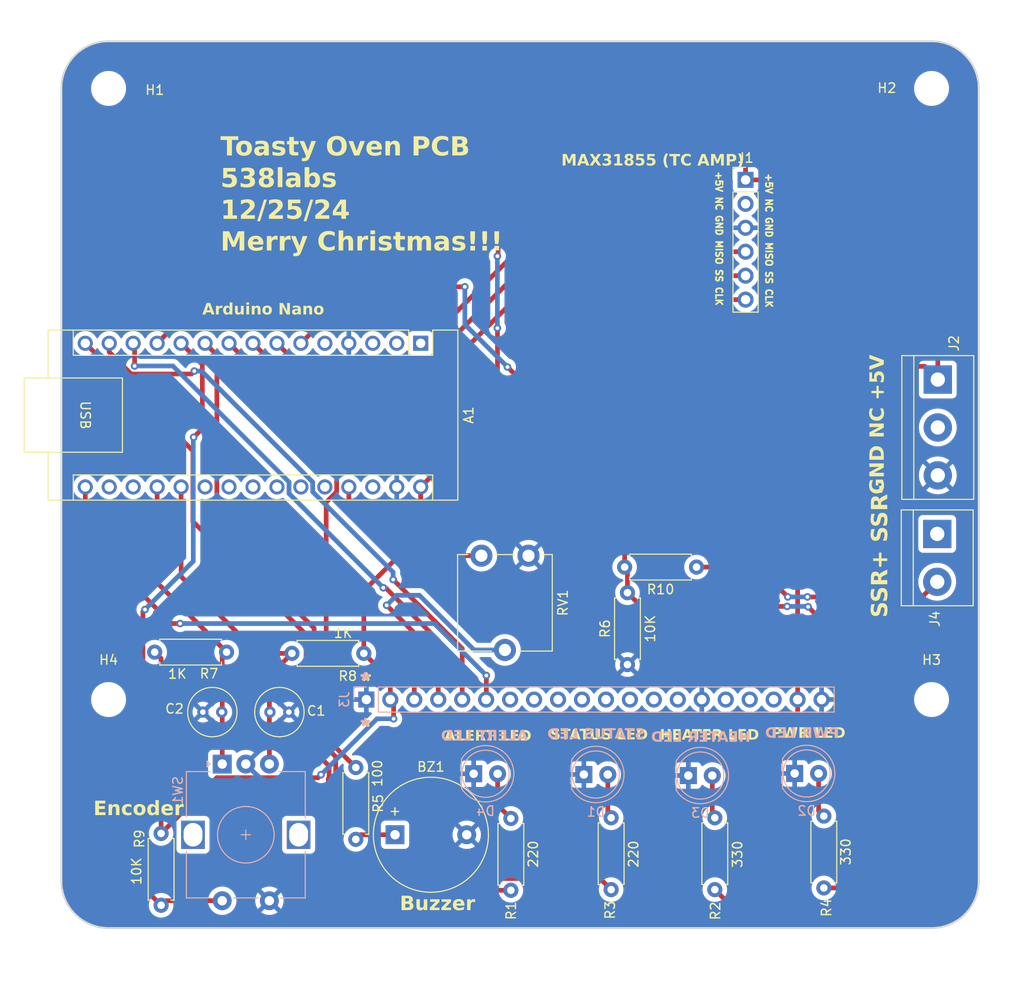
<source format=kicad_pcb>
(kicad_pcb (version 20240108) (generator "pcbnew") (generator_version "8.0")
  (layers (0 "F.Cu" signal) (31 "B.Cu" power) (34 "B.Paste" user) (35 "F.Paste" user) (36 "B.SilkS" user "B.Silkscreen") (37 "F.SilkS" user "F.Silkscreen") (38 "B.Mask" user) (39 "F.Mask" user) (44 "Edge.Cuts" user))
  (net 0 "")
  (net 3 "B_DT")
  (net 4 "SPI_MISO")
  (net 5 "ALERT_LED_PIN")
  (net 6 "Encoder_Switch")
  (net 7 "LCD_SS")
  (net 8 "GND")
  (net 11 "LCD_SPI_CLK")
  (net 12 "MAX31855_SS")
  (net 13 "STATUS_LED_PIN")
  (net 20 "+5V")
  (net 22 "SPI_CLK")
  (net 23 "LCD_SPI_MOSI")
  (net 24 "BUZZER_PIN")
  (net 25 "A_CLK")
  (net 28 "HEATER_LED_PIN")
  (net 29 "Net-(BZ1-+)")
  (net 30 "Net-(D1-A)")
  (net 31 "Net-(D2-A)")
  (net 32 "Net-(D3-A)")
  (net 33 "Net-(D4-A)")
  (net 42 "Net-(J3-Pin_3)")
  (net 48 "SSR-")
  (net 51 "Net-(J4-Pin_2)")
  (footprint "Resistor_THT:R_Axial_DIN0207_L6.3mm_D2.5mm_P7.62mm_Horizontal" (layer "F.Cu") (at 167.52 135.75 90)
    (property "Reference" "R4" (at -2.09 0.28 90) (layer "F.SilkS"))
    (property "Value" "330")
    (pad "1" thru_hole circle (at 0 0 90) (size 1.6 1.6) (drill 0.8) (layers "*.Cu" "*.Mask") (net 20 "+5V"))
    (pad "2" thru_hole oval (at 7.62 0 90) (size 1.6 1.6) (drill 0.8) (layers "*.Cu" "*.Mask") (net 31 "Net-(D2-A)"))
  )
  (footprint "MountingHole:MountingHole_3.2mm_M3" (layer "F.Cu") (at 178.939 115.7708)
    (property "Reference" "H3" (at 0 -4.2 0) (layer "F.SilkS"))
    (property "Value" "MountingHole")
    (pad "" np_thru_hole circle (at 0 0) (size 3.2 3.2) (drill 3.2) (layers "*.Cu" "*.Mask"))
  )
  (footprint "Resistor_THT:R_Axial_DIN0207_L6.3mm_D2.5mm_P7.62mm_Horizontal" (layer "F.Cu") (at 97.26 137.59 90)
    (property "Reference" "R9" (at 7.05 -2.29 90) (layer "F.SilkS"))
    (property "Value" "10K")
    (pad "1" thru_hole circle (at 0 0 90) (size 1.6 1.6) (drill 0.8) (layers "*.Cu" "*.Mask") (net 6 "Encoder_Switch"))
    (pad "2" thru_hole oval (at 7.62 0 90) (size 1.6 1.6) (drill 0.8) (layers "*.Cu" "*.Mask") (net 20 "+5V"))
  )
  (footprint "Buzzer_Beeper:Buzzer_12x9.5RM7.6" (layer "F.Cu") (at 122.06 130.11)
    (property "Reference" "BZ1" (at 3.8 -7.2 0) (layer "F.SilkS"))
    (property "Value" "Buzzer")
    (fp_text user "+" (at -0.01 -2.54 0) (layer "F.SilkS"))
    (pad "1" thru_hole rect (at 0 0) (size 2 2) (drill 1) (layers "*.Cu" "*.Mask") (net 29 "Net-(BZ1-+)"))
    (pad "2" thru_hole circle (at 7.6 0) (size 2 2) (drill 1) (layers "*.Cu" "*.Mask") (net 8 "GND"))
  )
  (footprint "Potentiometer_THT:Potentiometer_ACP_CA9-V10_Vertical" (layer "F.Cu") (at 131.21 100.51 -90)
    (property "Reference" "RV1" (at 5 -8.65 90) (layer "F.SilkS"))
    (property "Value" "10k")
    (pad "1" thru_hole circle (at 0 0 270) (size 2.34 2.34) (drill 1.3) (layers "*.Cu" "*.Mask") (net 20 "+5V"))
    (pad "2" thru_hole circle (at 10 -2.5 270) (size 2.34 2.34) (drill 1.3) (layers "*.Cu" "*.Mask") (net 42 "Net-(J3-Pin_3)"))
    (pad "3" thru_hole circle (at 0 -5 270) (size 2.34 2.34) (drill 1.3) (layers "*.Cu" "*.Mask") (net 8 "GND"))
  )
  (footprint "Module:Arduino_Nano" (layer "F.Cu") (at 124.78 77.98 -90)
    (property "Reference" "A1" (at 7.62 -5.08 90) (layer "F.SilkS"))
    (property "Value" "Arduino_Nano_v2.x")
    (fp_text user "USB" (at 7.62 35.56 -90) (layer "F.SilkS"))
    (pad "1" thru_hole rect (at 0 0 270) (size 1.6 1.6) (drill 1) (layers "*.Cu" "*.Mask"))
    (pad "2" thru_hole oval (at 0 2.54 270) (size 1.6 1.6) (drill 1) (layers "*.Cu" "*.Mask"))
    (pad "3" thru_hole oval (at 0 5.08 270) (size 1.6 1.6) (drill 1) (layers "*.Cu" "*.Mask"))
    (pad "4" thru_hole oval (at 0 7.62 270) (size 1.6 1.6) (drill 1) (layers "*.Cu" "*.Mask") (net 8 "GND"))
    (pad "5" thru_hole oval (at 0 10.16 270) (size 1.6 1.6) (drill 1) (layers "*.Cu" "*.Mask"))
    (pad "6" thru_hole oval (at 0 12.7 270) (size 1.6 1.6) (drill 1) (layers "*.Cu" "*.Mask") (net 4 "SPI_MISO"))
    (pad "7" thru_hole oval (at 0 15.24 270) (size 1.6 1.6) (drill 1) (layers "*.Cu" "*.Mask") (net 12 "MAX31855_SS"))
    (pad "8" thru_hole oval (at 0 17.78 270) (size 1.6 1.6) (drill 1) (layers "*.Cu" "*.Mask") (net 22 "SPI_CLK"))
    (pad "9" thru_hole oval (at 0 20.32 270) (size 1.6 1.6) (drill 1) (layers "*.Cu" "*.Mask") (net 24 "BUZZER_PIN"))
    (pad "10" thru_hole oval (at 0 22.86 270) (size 1.6 1.6) (drill 1) (layers "*.Cu" "*.Mask") (net 13 "STATUS_LED_PIN"))
    (pad "11" thru_hole oval (at 0 25.4 270) (size 1.6 1.6) (drill 1) (layers "*.Cu" "*.Mask") (net 6 "Encoder_Switch"))
    (pad "12" thru_hole oval (at 0 27.94 270) (size 1.6 1.6) (drill 1) (layers "*.Cu" "*.Mask") (net 28 "HEATER_LED_PIN"))
    (pad "13" thru_hole oval (at 0 30.48 270) (size 1.6 1.6) (drill 1) (layers "*.Cu" "*.Mask") (net 7 "LCD_SS"))
    (pad "14" thru_hole oval (at 0 33.02 270) (size 1.6 1.6) (drill 1) (layers "*.Cu" "*.Mask") (net 23 "LCD_SPI_MOSI"))
    (pad "15" thru_hole oval (at 0 35.56 270) (size 1.6 1.6) (drill 1) (layers "*.Cu" "*.Mask") (net 5 "ALERT_LED_PIN"))
    (pad "16" thru_hole oval (at 15.24 35.56 270) (size 1.6 1.6) (drill 1) (layers "*.Cu" "*.Mask") (net 11 "LCD_SPI_CLK"))
    (pad "17" thru_hole oval (at 15.24 33.02 270) (size 1.6 1.6) (drill 1) (layers "*.Cu" "*.Mask"))
    (pad "18" thru_hole oval (at 15.24 30.48 270) (size 1.6 1.6) (drill 1) (layers "*.Cu" "*.Mask"))
    (pad "19" thru_hole oval (at 15.24 27.94 270) (size 1.6 1.6) (drill 1) (layers "*.Cu" "*.Mask") (net 25 "A_CLK"))
    (pad "20" thru_hole oval (at 15.24 25.4 270) (size 1.6 1.6) (drill 1) (layers "*.Cu" "*.Mask") (net 3 "B_DT"))
    (pad "21" thru_hole oval (at 15.24 22.86 270) (size 1.6 1.6) (drill 1) (layers "*.Cu" "*.Mask"))
    (pad "22" thru_hole oval (at 15.24 20.32 270) (size 1.6 1.6) (drill 1) (layers "*.Cu" "*.Mask"))
    (pad "23" thru_hole oval (at 15.24 17.78 270) (size 1.6 1.6) (drill 1) (layers "*.Cu" "*.Mask"))
    (pad "24" thru_hole oval (at 15.24 15.24 270) (size 1.6 1.6) (drill 1) (layers "*.Cu" "*.Mask"))
    (pad "25" thru_hole oval (at 15.24 12.7 270) (size 1.6 1.6) (drill 1) (layers "*.Cu" "*.Mask"))
    (pad "26" thru_hole oval (at 15.24 10.16 270) (size 1.6 1.6) (drill 1) (layers "*.Cu" "*.Mask"))
    (pad "27" thru_hole oval (at 15.24 7.62 270) (size 1.6 1.6) (drill 1) (layers "*.Cu" "*.Mask") (net 20 "+5V"))
    (pad "28" thru_hole oval (at 15.24 5.08 270) (size 1.6 1.6) (drill 1) (layers "*.Cu" "*.Mask"))
    (pad "29" thru_hole oval (at 15.24 2.54 270) (size 1.6 1.6) (drill 1) (layers "*.Cu" "*.Mask") (net 8 "GND"))
    (pad "30" thru_hole oval (at 15.24 0 270) (size 1.6 1.6) (drill 1) (layers "*.Cu" "*.Mask") (net 20 "+5V"))
  )
  (footprint "Resistor_THT:R_Axial_DIN0207_L6.3mm_D2.5mm_P7.62mm_Horizontal" (layer "F.Cu") (at 146.7 112.06 90)
    (property "Reference" "R6" (at 3.81 -2.37 90) (layer "F.SilkS"))
    (property "Value" "10K" (at 3.81 2.42 90) (layer "F.SilkS"))
    (pad "1" thru_hole circle (at 0 0 90) (size 1.6 1.6) (drill 0.8) (layers "*.Cu" "*.Mask") (net 8 "GND"))
    (pad "2" thru_hole oval (at 7.62 0 90) (size 1.6 1.6) (drill 0.8) (layers "*.Cu" "*.Mask") (net 28 "HEATER_LED_PIN"))
  )
  (footprint "Resistor_THT:R_Axial_DIN0207_L6.3mm_D2.5mm_P7.62mm_Horizontal" (layer "F.Cu") (at 134.34 136 90)
    (property "Reference" "R1" (at -2.17 0.03 90) (layer "F.SilkS"))
    (property "Value" "220")
    (pad "1" thru_hole circle (at 0 0 90) (size 1.6 1.6) (drill 0.8) (layers "*.Cu" "*.Mask") (net 5 "ALERT_LED_PIN"))
    (pad "2" thru_hole oval (at 7.62 0 90) (size 1.6 1.6) (drill 0.8) (layers "*.Cu" "*.Mask") (net 33 "Net-(D4-A)"))
  )
  (footprint "Resistor_THT:R_Axial_DIN0207_L6.3mm_D2.5mm_P7.62mm_Horizontal" (layer "F.Cu") (at 154.02 101.72 180)
    (property "Reference" "R10" (at 3.81 -2.37 360) (layer "F.SilkS"))
    (property "Value" "100")
    (pad "1" thru_hole circle (at 0 0 180) (size 1.6 1.6) (drill 0.8) (layers "*.Cu" "*.Mask") (net 51 "Net-(J4-Pin_2)"))
    (pad "2" thru_hole oval (at 7.62 0 180) (size 1.6 1.6) (drill 0.8) (layers "*.Cu" "*.Mask") (net 28 "HEATER_LED_PIN"))
  )
  (footprint "Resistor_THT:R_Axial_DIN0207_L6.3mm_D2.5mm_P7.62mm_Horizontal" (layer "F.Cu") (at 104.2 110.74 180)
    (property "Reference" "R7" (at 1.86 -2.28 360) (layer "F.SilkS"))
    (property "Value" "1K")
    (pad "1" thru_hole circle (at 0 0 180) (size 1.6 1.6) (drill 0.8) (layers "*.Cu" "*.Mask") (net 25 "A_CLK"))
    (pad "2" thru_hole oval (at 7.62 0 180) (size 1.6 1.6) (drill 0.8) (layers "*.Cu" "*.Mask") (net 20 "+5V"))
  )
  (footprint "TerminalBlock:TerminalBlock_bornier-3_P5.08mm" (layer "F.Cu") (at 179.6 81.83 -90)
    (property "Reference" "J2" (at -3.84 -1.72 90) (layer "F.SilkS"))
    (property "Value" "Conn_01x03_Socket")
    (pad "1" thru_hole rect (at 0 0 270) (size 3 3) (drill 1.52) (layers "*.Cu" "*.Mask") (net 20 "+5V"))
    (pad "2" thru_hole circle (at 5.08 0 270) (size 3 3) (drill 1.52) (layers "*.Cu" "*.Mask"))
    (pad "3" thru_hole circle (at 10.16 0 270) (size 3 3) (drill 1.52) (layers "*.Cu" "*.Mask") (net 8 "GND"))
  )
  (footprint "MountingHole:MountingHole_3.2mm_M3" (layer "F.Cu") (at 178.939 50.95)
    (property "Reference" "H2" (at -4.739 -0.04 0) (layer "F.SilkS"))
    (property "Value" "MountingHole")
    (pad "" np_thru_hole circle (at 0 0) (size 3.2 3.2) (drill 3.2) (layers "*.Cu" "*.Mask"))
  )
  (footprint "MountingHole:MountingHole_3.2mm_M3" (layer "F.Cu") (at 91.69 115.7708)
    (property "Reference" "H4" (at 0 -4.2 0) (layer "F.SilkS"))
    (property "Value" "MountingHole")
    (pad "" np_thru_hole circle (at 0 0) (size 3.2 3.2) (drill 3.2) (layers "*.Cu" "*.Mask"))
  )
  (footprint "Resistor_THT:R_Axial_DIN0207_L6.3mm_D2.5mm_P7.62mm_Horizontal" (layer "F.Cu") (at 118.75 110.87 180)
    (property "Reference" "R8" (at 1.7 -2.41 360) (layer "F.SilkS"))
    (property "Value" "1K")
    (pad "1" thru_hole circle (at 0 0 180) (size 1.6 1.6) (drill 0.8) (layers "*.Cu" "*.Mask") (net 20 "+5V"))
    (pad "2" thru_hole oval (at 7.62 0 180) (size 1.6 1.6) (drill 0.8) (layers "*.Cu" "*.Mask") (net 3 "B_DT"))
  )
  (footprint "MountingHole:MountingHole_3.2mm_M3" (layer "F.Cu") (at 91.69 50.95)
    (property "Reference" "H1" (at 4.9 0.17 0) (layer "F.SilkS"))
    (property "Value" "MountingHole")
    (pad "" np_thru_hole circle (at 0 0) (size 3.2 3.2) (drill 3.2) (layers "*.Cu" "*.Mask"))
  )
  (footprint "Resistor_THT:R_Axial_DIN0207_L6.3mm_D2.5mm_P7.62mm_Horizontal" (layer "F.Cu") (at 117.9 122.98 -90)
    (property "Reference" "R5" (at 3.81 -2.37 90) (layer "F.SilkS"))
    (property "Value" "100")
    (pad "1" thru_hole circle (at 0 0 270) (size 1.6 1.6) (drill 0.8) (layers "*.Cu" "*.Mask") (net 24 "BUZZER_PIN"))
    (pad "2" thru_hole oval (at 7.62 0 270) (size 1.6 1.6) (drill 0.8) (layers "*.Cu" "*.Mask") (net 29 "Net-(BZ1-+)"))
  )
  (footprint "Connector_PinHeader_2.54mm:PinHeader_1x06_P2.54mm_Vertical" (layer "F.Cu") (at 159.22 60.65)
    (property "Reference" "J1" (at 0 -2.33 0) (layer "F.SilkS"))
    (property "Value" "MAX31855_Interface")
    (pad "1" thru_hole rect (at 0 0) (size 1.7 1.7) (drill 1) (layers "*.Cu" "*.Mask") (net 20 "+5V"))
    (pad "2" thru_hole oval (at 0 2.54) (size 1.7 1.7) (drill 1) (layers "*.Cu" "*.Mask"))
    (pad "3" thru_hole oval (at 0 5.08) (size 1.7 1.7) (drill 1) (layers "*.Cu" "*.Mask") (net 8 "GND"))
    (pad "4" thru_hole oval (at 0 7.62) (size 1.7 1.7) (drill 1) (layers "*.Cu" "*.Mask") (net 4 "SPI_MISO"))
    (pad "5" thru_hole oval (at 0 10.16) (size 1.7 1.7) (drill 1) (layers "*.Cu" "*.Mask") (net 12 "MAX31855_SS"))
    (pad "6" thru_hole oval (at 0 12.7) (size 1.7 1.7) (drill 1) (layers "*.Cu" "*.Mask") (net 22 "SPI_CLK"))
  )
  (footprint "Resistor_THT:R_Axial_DIN0207_L6.3mm_D2.5mm_P7.62mm_Horizontal" (layer "F.Cu") (at 144.97 135.93 90)
    (property "Reference" "R3" (at -2.17 -0.11 90) (layer "F.SilkS"))
    (property "Value" "220")
    (pad "1" thru_hole circle (at 0 0 90) (size 1.6 1.6) (drill 0.8) (layers "*.Cu" "*.Mask") (net 13 "STATUS_LED_PIN"))
    (pad "2" thru_hole oval (at 7.62 0 90) (size 1.6 1.6) (drill 0.8) (layers "*.Cu" "*.Mask") (net 30 "Net-(D1-A)"))
  )
  (footprint "Resistor_THT:R_Axial_DIN0207_L6.3mm_D2.5mm_P7.62mm_Horizontal" (layer "F.Cu") (at 155.96 135.93 90)
    (property "Reference" "R2" (at -2.26 0.07 90) (layer "F.SilkS"))
    (property "Value" "330")
    (pad "1" thru_hole circle (at 0 0 90) (size 1.6 1.6) (drill 0.8) (layers "*.Cu" "*.Mask") (net 28 "HEATER_LED_PIN"))
    (pad "2" thru_hole oval (at 7.62 0 90) (size 1.6 1.6) (drill 0.8) (layers "*.Cu" "*.Mask") (net 32 "Net-(D3-A)"))
  )
  (footprint "Capacitor_THT:C_Radial_D5.0mm_H7.0mm_P2.00mm" (layer "F.Cu") (at 108.8 117.1)
    (property "Reference" "C1" (at 4.9 -0.13 360) (layer "F.SilkS"))
    (property "Value" "0.1uF")
    (pad "1" thru_hole circle (at 0 0) (size 1.2 1.2) (drill 0.6) (layers "*.Cu" "*.Mask") (net 3 "B_DT"))
    (pad "2" thru_hole circle (at 2 0) (size 1.2 1.2) (drill 0.6) (layers "*.Cu" "*.Mask") (net 8 "GND"))
  )
  (footprint "Capacitor_THT:C_Radial_D5.0mm_H7.0mm_P2.00mm" (layer "F.Cu") (at 101.69 117.1)
    (property "Reference" "C2" (at -3.01 -0.35 0) (layer "F.SilkS"))
    (property "Value" "0.1uF")
    (pad "1" thru_hole circle (at 0 0) (size 1.2 1.2) (drill 0.6) (layers "*.Cu" "*.Mask") (net 8 "GND"))
    (pad "2" thru_hole circle (at 2 0) (size 1.2 1.2) (drill 0.6) (layers "*.Cu" "*.Mask") (net 25 "A_CLK"))
  )
  (footprint "TerminalBlock:TerminalBlock_bornier-2_P5.08mm" (layer "F.Cu") (at 179.54 98.2 -90)
    (property "Reference" "J4" (at 9.01 0.25 90) (layer "F.SilkS"))
    (property "Value" "Conn_01x02_Socket")
    (pad "1" thru_hole rect (at 0 0 270) (size 3 3) (drill 1.52) (layers "*.Cu" "*.Mask") (net 48 "SSR-"))
    (pad "2" thru_hole circle (at 5.08 0 270) (size 3 3) (drill 1.52) (layers "*.Cu" "*.Mask") (net 51 "Net-(J4-Pin_2)"))
  )
  (footprint "LED_THT:LED_D5.0mm" (layer "B.Cu") (at 153.155 123.83)
    (property "Reference" "D3" (at 1.27 3.96 360) (layer "B.SilkS") (effects (justify mirror)))
    (property "Value" "HEATER_LED")
    (pad "1" thru_hole rect (at 0 0) (size 1.8 1.8) (drill 0.9) (layers "*.Cu" "*.Mask") (net 8 "GND"))
    (pad "2" thru_hole circle (at 2.54 0) (size 1.8 1.8) (drill 0.9) (layers "*.Cu" "*.Mask") (net 32 "Net-(D3-A)"))
  )
  (footprint "Rotary_Encoder:RotaryEncoder_Alps_EC12E-Switch_Vertical_H20mm" (layer "B.Cu") (at 103.74 122.61 -90)
    (property "Reference" "SW1" (at 2.8 4.7 90) (layer "B.SilkS") (effects (justify mirror)))
    (property "Value" "RotaryEncoder_Switch_MP")
    (pad "A" thru_hole rect (at 0 0 270) (size 2 2) (drill 1) (layers "*.Cu" "*.Mask") (net 25 "A_CLK"))
    (pad "B" thru_hole circle (at 0 -5 270) (size 2 2) (drill 1) (layers "*.Cu" "*.Mask") (net 3 "B_DT"))
    (pad "C" thru_hole circle (at 0 -2.5 270) (size 2 2) (drill 1) (layers "*.Cu" "*.Mask") (net 8 "GND"))
    (pad "MP" thru_hole rect (at 7.5 -8.1 270) (size 3 2.5) (drill oval 2.5 2) (layers "*.Cu" "*.Mask"))
    (pad "MP" thru_hole rect (at 7.5 3.1 270) (size 3 2.5) (drill oval 2.5 2) (layers "*.Cu" "*.Mask"))
    (pad "S1" thru_hole circle (at 14.5 0 270) (size 2 2) (drill 1) (layers "*.Cu" "*.Mask") (net 6 "Encoder_Switch"))
    (pad "S2" thru_hole circle (at 14.5 -5 270) (size 2 2) (drill 1) (layers "*.Cu" "*.Mask") (net 8 "GND"))
  )
  (footprint "LED_THT:LED_D5.0mm" (layer "B.Cu") (at 164.425 123.61)
    (property "Reference" "D2" (at 1.27 3.96 360) (layer "B.SilkS") (effects (justify mirror)))
    (property "Value" "PWR_LED")
    (pad "1" thru_hole rect (at 0 0) (size 1.8 1.8) (drill 0.9) (layers "*.Cu" "*.Mask") (net 8 "GND"))
    (pad "2" thru_hole circle (at 2.54 0) (size 1.8 1.8) (drill 0.9) (layers "*.Cu" "*.Mask") (net 31 "Net-(D2-A)"))
  )
  (footprint "Connector_PinHeader_2.54mm:PinHeader_1x20_P2.54mm_Vertical" (layer "B.Cu") (at 119.02 115.7708 -90)
    (property "Reference" "J3" (at 0 2.33 90) (layer "B.SilkS") (effects (justify mirror)))
    (property "Value" "LCD_128x64_Interface")
    (pad "1" thru_hole rect (at 0 0 270) (size 1.7 1.7) (drill 1) (layers "*.Cu" "*.Mask") (net 8 "GND"))
    (pad "2" thru_hole oval (at 0 -2.54 270) (size 1.7 1.7) (drill 1) (layers "*.Cu" "*.Mask") (net 20 "+5V"))
    (pad "3" thru_hole oval (at 0 -5.08 270) (size 1.7 1.7) (drill 1) (layers "*.Cu" "*.Mask") (net 42 "Net-(J3-Pin_3)"))
    (pad "4" thru_hole oval (at 0 -7.62 270) (size 1.7 1.7) (drill 1) (layers "*.Cu" "*.Mask") (net 7 "LCD_SS"))
    (pad "5" thru_hole oval (at 0 -10.16 270) (size 1.7 1.7) (drill 1) (layers "*.Cu" "*.Mask") (net 23 "LCD_SPI_MOSI"))
    (pad "6" thru_hole oval (at 0 -12.7 270) (size 1.7 1.7) (drill 1) (layers "*.Cu" "*.Mask") (net 11 "LCD_SPI_CLK"))
    (pad "7" thru_hole oval (at 0 -15.24 270) (size 1.7 1.7) (drill 1) (layers "*.Cu" "*.Mask"))
    (pad "8" thru_hole oval (at 0 -17.78 270) (size 1.7 1.7) (drill 1) (layers "*.Cu" "*.Mask"))
    (pad "9" thru_hole oval (at 0 -20.32 270) (size 1.7 1.7) (drill 1) (layers "*.Cu" "*.Mask"))
    (pad "10" thru_hole oval (at 0 -22.86 270) (size 1.7 1.7) (drill 1) (layers "*.Cu" "*.Mask"))
    (pad "11" thru_hole oval (at 0 -25.4 270) (size 1.7 1.7) (drill 1) (layers "*.Cu" "*.Mask"))
    (pad "12" thru_hole oval (at 0 -27.94 270) (size 1.7 1.7) (drill 1) (layers "*.Cu" "*.Mask"))
    (pad "13" thru_hole oval (at 0 -30.48 270) (size 1.7 1.7) (drill 1) (layers "*.Cu" "*.Mask"))
    (pad "14" thru_hole oval (at 0 -33.02 270) (size 1.7 1.7) (drill 1) (layers "*.Cu" "*.Mask"))
    (pad "15" thru_hole oval (at 0 -35.56 270) (size 1.7 1.7) (drill 1) (layers "*.Cu" "*.Mask") (net 8 "GND"))
    (pad "16" thru_hole oval (at 0 -38.1 270) (size 1.7 1.7) (drill 1) (layers "*.Cu" "*.Mask"))
    (pad "17" thru_hole oval (at 0 -40.64 270) (size 1.7 1.7) (drill 1) (layers "*.Cu" "*.Mask"))
    (pad "18" thru_hole oval (at 0 -43.18 270) (size 1.7 1.7) (drill 1) (layers "*.Cu" "*.Mask"))
    (pad "19" thru_hole oval (at 0 -45.72 270) (size 1.7 1.7) (drill 1) (layers "*.Cu" "*.Mask") (net 20 "+5V"))
    (pad "20" thru_hole oval (at 0 -48.26 270) (size 1.7 1.7) (drill 1) (layers "*.Cu" "*.Mask") (net 8 "GND"))
  )
  (footprint "LED_THT:LED_D5.0mm" (layer "B.Cu") (at 130.395 123.64)
    (property "Reference" "D4" (at 1.27 3.96 360) (layer "B.SilkS") (effects (justify mirror)))
    (property "Value" "ALERT_LED")
    (pad "1" thru_hole rect (at 0 0) (size 1.8 1.8) (drill 0.9) (layers "*.Cu" "*.Mask") (net 8 "GND"))
    (pad "2" thru_hole circle (at 2.54 0) (size 1.8 1.8) (drill 0.9) (layers "*.Cu" "*.Mask") (net 33 "Net-(D4-A)"))
  )
  (footprint "LED_THT:LED_D5.0mm" (layer "B.Cu") (at 142.075 123.72)
    (property "Reference" "D1" (at 1.27 3.96 360) (layer "B.SilkS") (effects (justify mirror)))
    (property "Value" "STATUS_LED")
    (pad "1" thru_hole rect (at 0 0) (size 1.8 1.8) (drill 0.9) (layers "*.Cu" "*.Mask") (net 8 "GND"))
    (pad "2" thru_hole circle (at 2.54 0) (size 1.8 1.8) (drill 0.9) (layers "*.Cu" "*.Mask") (net 30 "Net-(D1-A)"))
  )
  (gr_line (start 86.69 50.95) (end 86.69 135) (stroke (width 0.2)) (layer "Edge.Cuts"))
  (gr_arc (start 86.69 50.95) (mid 88.154466 47.414466) (end 91.69 45.95) (stroke (width 0.2)) (layer "Edge.Cuts"))
  (gr_arc (start 91.69 140) (mid 88.154466 138.535534) (end 86.69 135) (stroke (width 0.2)) (layer "Edge.Cuts"))
  (gr_arc (start 183.937988 135) (mid 182.47388 138.535176) (end 178.939 140) (stroke (width 0.2)) (layer "Edge.Cuts"))
  (gr_line (start 183.939 50.95) (end 183.939 135) (stroke (width 0.2)) (layer "Edge.Cuts"))
  (gr_line (start 178.939 45.95) (end 91.69 45.95) (stroke (width 0.2)) (layer "Edge.Cuts"))
  (gr_arc (start 178.939 45.95) (mid 182.474534 47.414466) (end 183.939 50.95) (stroke (width 0.2)) (layer "Edge.Cuts"))
  (gr_line (start 91.69 140) (end 178.939 140) (stroke (width 0.2)) (layer "Edge.Cuts"))
  (gr_text "HEATER LED" (at 159.75 120.44 0) (layer "B.SilkS") (effects (font (size 1.1 1.1) (thickness 0.275) (bold yes)) (justify left bottom mirror)))
  (gr_text "STATUS LED" (at 148.57 120.11 0) (layer "B.SilkS") (effects (font (size 1.1 1.1) (thickness 0.275) (bold yes)) (justify left bottom mirror)))
  (gr_text "*" (at 119.66 114.69 -0) (layer "B.SilkS") (effects (font (size 1.5 1.5) (thickness 0.3) (bold yes)) (justify left bottom mirror)))
  (gr_text "*" (at 119.68 119.55 -0) (layer "B.SilkS") (effects (font (size 1.5 1.5) (thickness 0.3) (bold yes)) (justify left bottom mirror)))
  (gr_text "ALERT LED" (at 136.16 120.31 0) (layer "B.SilkS") (effects (font (size 1.1 1.1) (thickness 0.275) (bold yes)) (justify left bottom mirror)))
  (gr_text "PWR LED" (at 169.15 120.01 0) (layer "B.SilkS") (effects (font (size 1.1 1.1) (thickness 0.275) (bold yes)) (justify left bottom mirror)))
  (gr_text "MAX31855 (TC AMP)" (at 139.68 59.33 0) (layer "F.SilkS") (effects (font (size 1.2 1.2) (thickness 0.3) (bold yes)) (justify left bottom)))
  (gr_text "*" (at 118.21 119.57 0) (layer "F.SilkS") (effects (font (size 1.5 1.5) (thickness 0.3) (bold yes)) (justify left bottom)))
  (gr_text "+5V NC GND MISO SS CLK" (at 161.28 59.86 270) (layer "F.SilkS") (effects (font (size 0.7 0.7) (thickness 0.175) (bold yes)) (justify left bottom)))
  (gr_text "330" (at 158.37 132.18 90) (layer "F.SilkS") (effects (font (size 1 1))))
  (gr_text "GND NC +5V" (at 174.13 94.01 90) (layer "F.SilkS") (effects (font (size 1.5 1.5) (thickness 0.3) (bold yes)) (justify left bottom)))
  (gr_text "PWR LED" (at 161.96 120.01 0) (layer "F.SilkS") (effects (font (size 1.1 1.1) (thickness 0.275) (bold yes)) (justify left bottom)))
  (gr_text "*" (at 118.23 114.71 0) (layer "F.SilkS") (effects (font (size 1.5 1.5) (thickness 0.3) (bold yes)) (justify left bottom)))
  (gr_text "1K" (at 116.55 108.72 0) (layer "F.SilkS") (effects (font (size 1 1))))
  (gr_text "STATUS LED" (at 138.51 120.18 0) (layer "F.SilkS") (effects (font (size 1.1 1.1) (thickness 0.275) (bold yes)) (justify left bottom)))
  (gr_text "Toasty Oven PCB\n538labs\n12/25/24\nMerry Christmas!!!" (at 103.55 68.48 0) (layer "F.SilkS") (effects (font (size 2 2) (thickness 0.4) (bold yes)) (justify left bottom)))
  (gr_text "SSR+ SSR-" (at 174.53 107.08 90) (layer "F.SilkS") (effects (font (size 1.7 1.7) (thickness 0.3) (bold yes)) (justify left bottom)))
  (gr_text "1K" (at 98.98 113.05 0) (layer "F.SilkS") (effects (font (size 1 1))))
  (gr_text "330" (at 169.85 131.92 90) (layer "F.SilkS") (effects (font (size 1 1))))
  (gr_text "ALERT LED" (at 127.29 120.31 0) (layer "F.SilkS") (effects (font (size 1.1 1.1) (thickness 0.275) (bold yes)) (justify left bottom)))
  (gr_text "HEATER LED" (at 150.12 120.21 0) (layer "F.SilkS") (effects (font (size 1.1 1.1) (thickness 0.275) (bold yes)) (justify left bottom)))
  (gr_text "10K" (at 94.66 133.97 90) (layer "F.SilkS") (effects (font (size 1 1))))
  (gr_text "Buzzer" (at 122.56 138.36 0) (layer "F.SilkS") (effects (font (size 1.5 1.5) (thickness 0.3) (bold yes)) (justify left bottom)))
  (gr_text "220" (at 147.35 132.16 90) (layer "F.SilkS") (effects (font (size 1 1))))
  (gr_text "Arduino Nano" (at 101.63 75.13 0) (layer "F.SilkS") (effects (font (size 1.2 1.2) (thickness 0.3) (bold yes)) (justify left bottom)))
  (gr_text "220" (at 136.71 132.16 90) (layer "F.SilkS") (effects (font (size 1 1))))
  (gr_text "100" (at 120.2 123.59 90) (layer "F.SilkS") (effects (font (size 1 1))))
  (gr_text "Encoder" (at 90.08 128.28 0) (layer "F.SilkS") (effects (font (size 1.5 1.5) (thickness 0.3) (bold yes)) (justify left bottom)))
  (gr_text "+5V NC GND MISO SS CLK" (at 155.99 59.66 270) (layer "F.SilkS") (effects (font (size 0.7 0.7) (thickness 0.175) (bold yes)) (justify left bottom)))
  (segment (start 107.53 110.87) (end 111.13 110.87) (width 0.5) (layer "F.Cu") (net 3))
  (segment (start 99.38 93.22) (end 99.38 102.72) (width 0.5) (layer "F.Cu") (net 3))
  (segment (start 108.74 122.61) (end 108.74 113.26) (width 0.5) (layer "F.Cu") (net 3))
  (segment (start 108.74 113.26) (end 111.13 110.87) (width 0.5) (layer "F.Cu") (net 3))
  (segment (start 99.38 102.72) (end 107.53 110.87) (width 0.5) (layer "F.Cu") (net 3))
  (segment (start 134.95 68.27) (end 159.22 68.27) (width 0.5) (layer "F.Cu") (net 4))
  (segment (start 112.08 77.98) (end 115.01 75.05) (width 0.5) (layer "F.Cu") (net 4))
  (segment (start 128.17 75.05) (end 134.95 68.27) (width 0.5) (layer "F.Cu") (net 4))
  (segment (start 115.01 75.05) (end 128.17 75.05) (width 0.5) (layer "F.Cu") (net 4))
  (segment (start 118.8 136) (end 114.99 132.19) (width 0.5) (layer "F.Cu") (net 5))
  (segment (start 134.34 136) (end 118.8 136) (width 0.5) (layer "F.Cu") (net 5))
  (segment (start 114.99 124.172082) (end 115.07 124.092082) (width 0.5) (layer "F.Cu") (net 5))
  (segment (start 112.63 120.39) (end 112.63 108.88) (width 0.5) (layer "F.Cu") (net 5))
  (segment (start 100.63 89.39) (end 89.22 77.98) (width 0.5) (layer "F.Cu") (net 5))
  (segment (start 115.07 122.83) (end 112.63 120.39) (width 0.5) (layer "F.Cu") (net 5))
  (segment (start 115.07 124.092082) (end 115.07 122.83) (width 0.5) (layer "F.Cu") (net 5))
  (segment (start 112.63 108.88) (end 100.63 96.88) (width 0.5) (layer "F.Cu") (net 5))
  (segment (start 100.63 96.88) (end 100.63 89.39) (width 0.5) (layer "F.Cu") (net 5))
  (segment (start 114.99 132.19) (end 114.99 124.172082) (width 0.5) (layer "F.Cu") (net 5))
  (segment (start 97.74 137.11) (end 97.26 137.59) (width 0.5) (layer "F.Cu") (net 6))
  (segment (start 103.74 137.11) (end 97.74 137.11) (width 0.5) (layer "F.Cu") (net 6))
  (segment (start 95.33 135.66) (end 97.26 137.59) (width 0.5) (layer "F.Cu") (net 6))
  (segment (start 101.63 87.03) (end 100.71 87.95) (width 0.5) (layer "F.Cu") (net 6))
  (segment (start 99.38 77.98) (end 101.63 80.23) (width 0.5) (layer "F.Cu") (net 6))
  (segment (start 101.63 80.23) (end 101.63 87.03) (width 0.5) (layer "F.Cu") (net 6))
  (segment (start 95.33 106.44) (end 95.33 135.66) (width 0.5) (layer "F.Cu") (net 6))
  (segment (start 95.55 106.22) (end 95.33 106.44) (width 0.5) (layer "F.Cu") (net 6))
  (via (at 95.55 106.22) (size 0.8) (drill 0.4) (layers "F.Cu" "B.Cu") (net 6))
  (via (at 100.71 87.95) (size 0.8) (drill 0.4) (layers "F.Cu" "B.Cu") (net 6))
  (segment (start 100.67 87.99) (end 100.67 101.1) (width 0.5) (layer "B.Cu") (net 6))
  (segment (start 100.71 87.95) (end 100.67 87.99) (width 0.5) (layer "B.Cu") (net 6))
  (segment (start 100.67 101.1) (end 95.55 106.22) (width 0.5) (layer "B.Cu") (net 6))
  (segment (start 121.05 103.91) (end 120.81 103.91) (width 0.5) (layer "F.Cu") (net 7))
  (segment (start 94.45 78.13) (end 94.3 77.98) (width 0.5) (layer "F.Cu") (net 7))
  (segment (start 94.45 80.39) (end 94.45 78.13) (width 0.5) (layer "F.Cu") (net 7))
  (segment (start 126.64 115.7708) (end 126.64 109.5) (width 0.5) (layer "F.Cu") (net 7))
  (segment (start 126.64 109.5) (end 121.05 103.91) (width 0.5) (layer "F.Cu") (net 7))
  (via (at 94.45 80.39) (size 0.8) (drill 0.4) (layers "F.Cu" "B.Cu") (net 7))
  (via (at 120.81 103.91) (size 0.8) (drill 0.4) (layers "F.Cu" "B.Cu") (net 7))
  (segment (start 110.82 93.92) (end 110.82 92.7) (width 0.5) (layer "B.Cu") (net 7))
  (segment (start 98.51 80.39) (end 94.45 80.39) (width 0.5) (layer "B.Cu") (net 7))
  (segment (start 120.81 103.91) (end 110.82 93.92) (width 0.5) (layer "B.Cu") (net 7))
  (segment (start 110.82 92.7) (end 98.51 80.39) (width 0.5) (layer "B.Cu") (net 7))
  (segment (start 89.22 93.22) (end 89.22 98.57) (width 0.5) (layer "F.Cu") (net 11))
  (segment (start 131.74 115.7508) (end 131.72 115.7708) (width 0.5) (layer "F.Cu") (net 11))
  (segment (start 97.66 107.01) (end 98.36 107.71) (width 0.5) (layer "F.Cu") (net 11))
  (segment (start 89.22 98.57) (end 97.66 107.01) (width 0.5) (layer "F.Cu") (net 11))
  (segment (start 131.74 113.22) (end 131.74 115.7508) (width 0.5) (layer "F.Cu") (net 11))
  (segment (start 98.36 107.71) (end 99.28 107.71) (width 0.5) (layer "F.Cu") (net 11))
  (via (at 99.28 107.71) (size 0.8) (drill 0.4) (layers "F.Cu" "B.Cu") (net 11))
  (via (at 131.74 113.22) (size 0.8) (drill 0.4) (layers "F.Cu" "B.Cu") (net 11))
  (segment (start 99.28 107.71) (end 126.23 107.71) (width 0.5) (layer "B.Cu") (net 11))
  (segment (start 126.23 107.71) (end 131.74 113.22) (width 0.5) (layer "B.Cu") (net 11))
  (segment (start 134.79 70.81) (end 159.22 70.81) (width 0.5) (layer "F.Cu") (net 12))
  (segment (start 125.56 80.04) (end 134.79 70.81) (width 0.5) (layer "F.Cu") (net 12))
  (segment (start 109.54 77.98) (end 111.6 80.04) (width 0.5) (layer "F.Cu") (net 12))
  (segment (start 111.6 80.04) (end 125.56 80.04) (width 0.5) (layer "F.Cu") (net 12))
  (segment (start 115.77 131.64) (end 115.77 121.83995) (width 0.5) (layer "F.Cu") (net 13))
  (segment (start 103.17 79.23) (end 101.92 77.98) (width 0.5) (layer "F.Cu") (net 13))
  (segment (start 113.48 119.54995) (end 113.48 108.2) (width 0.5) (layer "F.Cu") (net 13))
  (segment (start 144.97 135.93) (end 143.79 134.75) (width 0.5) (layer "F.Cu") (net 13))
  (segment (start 118.88 134.75) (end 115.77 131.64) (width 0.5) (layer "F.Cu") (net 13))
  (segment (start 103.17 97.89) (end 103.17 79.23) (width 0.5) (layer "F.Cu") (net 13))
  (segment (start 113.48 108.2) (end 103.17 97.89) (width 0.5) (layer "F.Cu") (net 13))
  (segment (start 115.77 121.83995) (end 113.48 119.54995) (width 0.5) (layer "F.Cu") (net 13))
  (segment (start 143.79 134.75) (end 118.88 134.75) (width 0.5) (layer "F.Cu") (net 13))
  (segment (start 174.7 60.65) (end 159.22 60.65) (width 0.5) (layer "F.Cu") (net 20))
  (segment (start 167.5 80.43) (end 178.2 80.43) (width 0.5) (layer "F.Cu") (net 20))
  (segment (start 131.21 100.51) (end 127 100.51) (width 0.5) (layer "F.Cu") (net 20))
  (segment (start 124.74 98.25) (end 124.78 98.21) (width 0.5) (layer "F.Cu") (net 20))
  (segment (start 135.5 53.15) (end 132.99 55.66) (width 0.5) (layer "F.Cu") (net 20))
  (segment (start 154.25 53.15) (end 135.5 53.15) (width 0.5) (layer "F.Cu") (net 20))
  (segment (start 179.6 65.35) (end 174.8 60.55) (width 0.5) (layer "F.Cu") (net 20))
  (segment (start 117.16 94.51) (end 118.59 95.94) (width 0.5) (layer "F.Cu") (net 20))
  (segment (start 118.75 104.24) (end 124.74 98.25) (width 0.5) (layer "F.Cu") (net 20))
  (segment (start 159.22 60.65) (end 159.22 58.12) (width 0.5) (layer "F.Cu") (net 20))
  (segment (start 118.75 110.87) (end 118.75 104.24) (width 0.5) (layer "F.Cu") (net 20))
  (segment (start 172 118.8) (end 171.08 117.88) (width 0.5) (layer "F.Cu") (net 20))
  (segment (start 167.52 135.75) (end 170.53 135.75) (width 0.5) (layer "F.Cu") (net 20))
  (segment (start 172 134.28) (end 172 118.8) (width 0.5) (layer "F.Cu") (net 20))
  (segment (start 121.91 116.1208) (end 121.56 115.7708) (width 0.5) (layer "F.Cu") (net 20))
  (segment (start 132.99 55.66) (end 132.92 55.66) (width 0.5) (layer "F.Cu") (net 20))
  (segment (start 124.78 95.12) (end 124.78 93.22) (width 0.5) (layer "F.Cu") (net 20))
  (segment (start 179.6 81.83) (end 179.6 65.35) (width 0.5) (layer "F.Cu") (net 20))
  (segment (start 164.74 117.35) (end 164.74 115.7708) (width 0.5) (layer "F.Cu") (net 20))
  (segment (start 132.92 76.38) (end 132.91 76.37) (width 0.5) (layer "F.Cu") (net 20))
  (segment (start 103.17 124.06) (end 113.71 124.06) (width 0.5) (layer "F.Cu") (net 20))
  (segment (start 132.92 85.08) (end 132.92 76.38) (width 0.5) (layer "F.Cu") (net 20))
  (segment (start 124.78 98.21) (end 124.78 93.22) (width 0.5) (layer "F.Cu") (net 20))
  (segment (start 113.71 124.06) (end 113.9 124.06) (width 0.5) (layer "F.Cu") (net 20))
  (segment (start 165.27 117.88) (end 164.74 117.35) (width 0.5) (layer "F.Cu") (net 20))
  (segment (start 117.16 93.22) (end 117.16 94.51) (width 0.5) (layer "F.Cu") (net 20))
  (segment (start 113.9 124.06) (end 114.22 123.74) (width 0.5) (layer "F.Cu") (net 20))
  (segment (start 123.96 95.94) (end 124.78 95.12) (width 0.5) (layer "F.Cu") (net 20))
  (segment (start 159.22 58.12) (end 154.25 53.15) (width 0.5) (layer "F.Cu") (net 20))
  (segment (start 132.92 85.08) (end 124.78 93.22) (width 0.5) (layer "F.Cu") (net 20))
  (segment (start 121.56 115.7708) (end 121.56 113.68) (width 0.5) (layer "F.Cu") (net 20))
  (segment (start 97.26 129.97) (end 103.17 124.06) (width 0.5) (layer "F.Cu") (net 20))
  (segment (start 97.26 111.42) (end 96.58 110.74) (width 0.5) (layer "F.Cu") (net 20))
  (segment (start 121.91 117.81) (end 121.91 116.1208) (width 0.5) (layer "F.Cu") (net 20))
  (segment (start 171.08 117.88) (end 165.27 117.88) (width 0.5) (layer "F.Cu") (net 20))
  (segment (start 118.59 95.94) (end 123.96 95.94) (width 0.5) (layer "F.Cu") (net 20))
  (segment (start 132.99 68.66) (end 132.99 55.66) (width 0.5) (layer "F.Cu") (net 20))
  (segment (start 132.91 68.74) (end 132.99 68.66) (width 0.5) (layer "F.Cu") (net 20))
  (segment (start 178.2 80.43) (end 179.6 81.83) (width 0.5) (layer "F.Cu") (net 20))
  (segment (start 164.74 83.19) (end 167.5 80.43) (width 0.5) (layer "F.Cu") (net 20))
  (segment (start 121.56 113.68) (end 118.75 110.87) (width 0.5) (layer "F.Cu") (net 20))
  (segment (start 170.53 135.75) (end 172 134.28) (width 0.5) (layer "F.Cu") (net 20))
  (segment (start 121.56 116.21) (end 121.56 115.7708) (width 0.5) (layer "F.Cu") (net 20))
  (segment (start 127 100.51) (end 124.74 98.25) (width 0.5) (layer "F.Cu") (net 20))
  (segment (start 174.8 60.55) (end 174.7 60.65) (width 0.5) (layer "F.Cu") (net 20))
  (segment (start 97.26 129.97) (end 97.26 111.42) (width 0.5) (layer "F.Cu") (net 20))
  (segment (start 164.74 115.7708) (end 164.74 83.19) (width 0.5) (layer "F.Cu") (net 20))
  (via (at 132.91 76.37) (size 0.8) (drill 0.4) (layers "F.Cu" "B.Cu") (net 20))
  (via (at 114.22 123.74) (size 0.8) (drill 0.4) (layers "F.Cu" "B.Cu") (net 20))
  (via (at 121.91 117.81) (size 0.8) (drill 0.4) (layers "F.Cu" "B.Cu") (net 20))
  (via (at 132.91 68.74) (size 0.8) (drill 0.4) (layers "F.Cu" "B.Cu") (net 20))
  (segment (start 114.22 123.74) (end 120.15 117.81) (width 0.5) (layer "B.Cu") (net 20))
  (segment (start 120.15 117.81) (end 121.91 117.81) (width 0.5) (layer "B.Cu") (net 20))
  (segment (start 132.91 68.74) (end 132.91 76.37) (width 0.5) (layer "B.Cu") (net 20))
  (segment (start 134.727918 73.35) (end 159.22 73.35) (width 0.5) (layer "F.Cu") (net 22))
  (segment (start 110.11 81.09) (end 126.987918 81.09) (width 0.5) (layer "F.Cu") (net 22))
  (segment (start 107 77.98) (end 110.11 81.09) (width 0.5) (layer "F.Cu") (net 22))
  (segment (start 126.987918 81.09) (end 134.727918 73.35) (width 0.5) (layer "F.Cu") (net 22))
  (segment (start 100.78 80.93) (end 100.47 81.24) (width 0.5) (layer "F.Cu") (net 23))
  (segment (start 100.47 81.24) (end 94.09 81.24) (width 0.5) (layer "F.Cu") (net 23))
  (segment (start 94.09 81.24) (end 91.76 78.91) (width 0.5) (layer "F.Cu") (net 23))
  (segment (start 129.18 110.36) (end 121.86 103.04) (width 0.5) (layer "F.Cu") (net 23))
  (segment (start 91.76 78.91) (end 91.76 77.98) (width 0.5) (layer "F.Cu") (net 23))
  (segment (start 129.18 115.7708) (end 129.18 110.36) (width 0.5) (layer "F.Cu") (net 23))
  (via (at 121.86 103.04) (size 0.8) (drill 0.4) (layers "F.Cu" "B.Cu") (net 23))
  (via (at 100.78 80.93) (size 0.8) (drill 0.4) (layers "F.Cu" "B.Cu") (net 23))
  (segment (start 113.33 93.737767) (end 113.33 92.702233) (width 0.5) (layer "B.Cu") (net 23))
  (segment (start 121.86 103.04) (end 121.86 102.267767) (width 0.5) (layer "B.Cu") (net 23))
  (segment (start 121.86 102.267767) (end 113.33 93.737767) (width 0.5) (layer "B.Cu") (net 23))
  (segment (start 101.557767 80.93) (end 100.78 80.93) (width 0.5) (layer "B.Cu") (net 23))
  (segment (start 113.33 92.702233) (end 101.557767 80.93) (width 0.5) (layer "B.Cu") (net 23))
  (segment (start 115.87 93.737767) (end 115.87 89.39) (width 0.5) (layer "F.Cu") (net 24))
  (segment (start 114.76 94.847767) (end 115.87 93.737767) (width 0.5) (layer "F.Cu") (net 24))
  (segment (start 114.76 119.84) (end 114.76 94.847767) (width 0.5) (layer "F.Cu") (net 24))
  (segment (start 115.87 89.39) (end 104.46 77.98) (width 0.5) (layer "F.Cu") (net 24))
  (segment (start 117.9 122.98) (end 114.76 119.84) (width 0.5) (layer "F.Cu") (net 24))
  (segment (start 103.74 111.2) (end 104.2 110.74) (width 0.5) (layer "F.Cu") (net 25))
  (segment (start 96.84 103.38) (end 104.2 110.74) (width 0.5) (layer "F.Cu") (net 25))
  (segment (start 96.84 93.22) (end 96.84 103.38) (width 0.5) (layer "F.Cu") (net 25))
  (segment (start 103.74 122.61) (end 103.74 111.2) (width 0.5) (layer "F.Cu") (net 25))
  (segment (start 102.83 71.99) (end 129.46 71.99) (width 0.5) (layer "F.Cu") (net 28))
  (segment (start 148.15 105.89) (end 163.63 105.89) (width 0.5) (layer "F.Cu") (net 28))
  (segment (start 158.81 138.78) (end 171.81 138.78) (width 0.5) (layer "F.Cu") (net 28))
  (segment (start 171.81 138.78) (end 174.3 136.29) (width 0.5) (layer "F.Cu") (net 28))
  (segment (start 172.65 108.25) (end 168.17 108.25) (width 0.5) (layer "F.Cu") (net 28))
  (segment (start 96.84 77.98) (end 102.83 71.99) (width 0.5) (layer "F.Cu") (net 28))
  (segment (start 174.3 136.29) (end 174.3 109.9) (width 0.5) (layer "F.Cu") (net 28))
  (segment (start 146.7 104.44) (end 146.7 102.02) (width 0.5) (layer "F.Cu") (net 28))
  (segment (start 174.3 109.9) (end 172.65 108.25) (width 0.5) (layer "F.Cu") (net 28))
  (segment (start 168.17 108.25) (end 165.85 105.93) (width 0.5) (layer "F.Cu") (net 28))
  (segment (start 146.7 104.44) (end 148.15 105.89) (width 0.5) (layer "F.Cu") (net 28))
  (segment (start 146.4 92.92) (end 146.4 101.72) (width 0.5) (layer "F.Cu") (net 28))
  (segment (start 146.7 102.02) (end 146.4 101.72) (width 0.5) (layer "F.Cu") (net 28))
  (segment (start 155.96 135.93) (end 158.81 138.78) (width 0.5) (layer "F.Cu") (net 28))
  (segment (start 133.98 80.5) (end 146.4 92.92) (width 0.5) (layer "F.Cu") (net 28))
  (via (at 163.63 105.89) (size 0.8) (drill 0.4) (layers "F.Cu" "B.Cu") (net 28))
  (via (at 129.46 71.99) (size 0.8) (drill 0.4) (layers "F.Cu" "B.Cu") (net 28))
  (via (at 165.85 105.93) (size 0.8) (drill 0.4) (layers "F.Cu" "B.Cu") (net 28))
  (via (at 133.98 80.5) (size 0.8) (drill 0.4) (layers "F.Cu" "B.Cu") (net 28))
  (segment (start 165.81 105.89) (end 165.85 105.93) (width 0.5) (layer "B.Cu") (net 28))
  (segment (start 129.46 75.98) (end 133.98 80.5) (width 0.5) (layer "B.Cu") (net 28))
  (segment (start 129.46 71.99) (end 129.46 75.98) (width 0.5) (layer "B.Cu") (net 28))
  (segment (start 163.63 105.89) (end 165.81 105.89) (width 0.5) (layer "B.Cu") (net 28))
  (segment (start 118.39 130.11) (end 117.9 130.6) (width 0.5) (layer "F.Cu") (net 29))
  (segment (start 122.06 130.11) (end 118.39 130.11) (width 0.5) (layer "F.Cu") (net 29))
  (segment (start 144.615 123.72) (end 144.615 127.955) (width 0.5) (layer "F.Cu") (net 30))
  (segment (start 144.615 127.955) (end 144.97 128.31) (width 0.5) (layer "F.Cu") (net 30))
  (segment (start 166.965 127.575) (end 167.52 128.13) (width 0.5) (layer "F.Cu") (net 31))
  (segment (start 166.965 123.61) (end 166.965 127.575) (width 0.5) (layer "F.Cu") (net 31))
  (segment (start 155.695 123.83) (end 155.695 128.045) (width 0.5) (layer "F.Cu") (net 32))
  (segment (start 155.695 128.045) (end 155.96 128.31) (width 0.5) (layer "F.Cu") (net 32))
  (segment (start 132.935 123.64) (end 132.935 126.975) (width 0.5) (layer "F.Cu") (net 33))
  (segment (start 132.935 126.975) (end 134.34 128.38) (width 0.5) (layer "F.Cu") (net 33))
  (segment (start 124.1 115.7708) (end 124.1 108.7) (width 0.5) (layer "F.Cu") (net 42))
  (segment (start 124.1 108.7) (end 121.17 105.77) (width 0.5) (layer "F.Cu") (net 42))
  (via (at 121.17 105.77) (size 0.8) (drill 0.4) (layers "F.Cu" "B.Cu") (net 42))
  (segment (start 121.17 105.77) (end 122.23 104.71) (width 0.5) (layer "B.Cu") (net 42))
  (segment (start 130.44 110.51) (end 133.71 110.51) (width 0.5) (layer "B.Cu") (net 42))
  (segment (start 124.64 104.71) (end 130.44 110.51) (width 0.5) (layer "B.Cu") (net 42))
  (segment (start 122.23 104.71) (end 124.64 104.71) (width 0.5) (layer "B.Cu") (net 42))
  (segment (start 160.54 101.72) (end 154.02 101.72) (width 0.5) (layer "F.Cu") (net 51))
  (segment (start 166.2 104.89) (end 165.79 104.89) (width 0.5) (layer "F.Cu") (net 51))
  (segment (start 177.93 104.89) (end 166.2 104.89) (width 0.5) (layer "F.Cu") (net 51))
  (segment (start 177.93 104.89) (end 179.54 103.28) (width 0.5) (layer "F.Cu") (net 51))
  (segment (start 163.7 104.88) (end 160.54 101.72) (width 0.5) (layer "F.Cu") (net 51))
  (segment (start 165.79 104.89) (end 165.78 104.88) (width 0.5) (layer "F.Cu") (net 51))
  (via (at 163.7 104.88) (size 0.8) (drill 0.4) (layers "F.Cu" "B.Cu") (net 51))
  (via (at 165.78 104.88) (size 0.8) (drill 0.4) (layers "F.Cu" "B.Cu") (net 51))
  (segment (start 165.78 104.88) (end 163.7 104.88) (width 0.5) (layer "B.Cu") (net 51))
  (zone (net 8) (net_name "GND") (layer "B.Cu") (connect_pads (clearance 0.5)) (min_thickness 0.25) (fill yes (thermal_gap 0.5) (thermal_bridge_width 0.5))
    (polygon (pts (xy 80.19 42.07) (xy 188.75 41.57) (xy 188.58 147.29) (xy 80.36 147.96) (xy 80.18 42.06)))
  )
)
</source>
